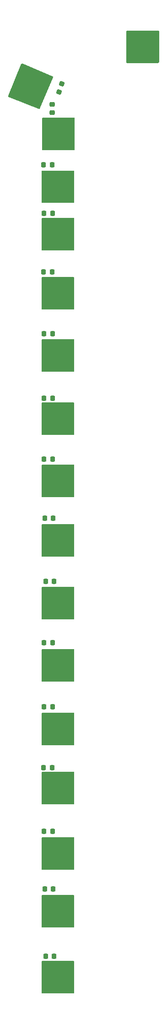
<source format=gbr>
%TF.GenerationSoftware,KiCad,Pcbnew,8.0.2*%
%TF.CreationDate,2025-02-10T20:40:28+01:00*%
%TF.ProjectId,FT25_AMS_VSENS,46543235-5f41-44d5-935f-5653454e532e,rev?*%
%TF.SameCoordinates,Original*%
%TF.FileFunction,Soldermask,Top*%
%TF.FilePolarity,Negative*%
%FSLAX46Y46*%
G04 Gerber Fmt 4.6, Leading zero omitted, Abs format (unit mm)*
G04 Created by KiCad (PCBNEW 8.0.2) date 2025-02-10 20:40:28*
%MOMM*%
%LPD*%
G01*
G04 APERTURE LIST*
G04 Aperture macros list*
%AMRoundRect*
0 Rectangle with rounded corners*
0 $1 Rounding radius*
0 $2 $3 $4 $5 $6 $7 $8 $9 X,Y pos of 4 corners*
0 Add a 4 corners polygon primitive as box body*
4,1,4,$2,$3,$4,$5,$6,$7,$8,$9,$2,$3,0*
0 Add four circle primitives for the rounded corners*
1,1,$1+$1,$2,$3*
1,1,$1+$1,$4,$5*
1,1,$1+$1,$6,$7*
1,1,$1+$1,$8,$9*
0 Add four rect primitives between the rounded corners*
20,1,$1+$1,$2,$3,$4,$5,0*
20,1,$1+$1,$4,$5,$6,$7,0*
20,1,$1+$1,$6,$7,$8,$9,0*
20,1,$1+$1,$8,$9,$2,$3,0*%
G04 Aperture macros list end*
%ADD10RoundRect,0.218750X0.218750X0.256250X-0.218750X0.256250X-0.218750X-0.256250X0.218750X-0.256250X0*%
%ADD11RoundRect,0.218750X-0.218750X-0.256250X0.218750X-0.256250X0.218750X0.256250X-0.218750X0.256250X0*%
%ADD12RoundRect,0.381000X0.381000X-0.762000X0.381000X0.762000X-0.381000X0.762000X-0.381000X-0.762000X0*%
%ADD13RoundRect,0.218750X-0.256250X0.218750X-0.256250X-0.218750X0.256250X-0.218750X0.256250X0.218750X0*%
%ADD14RoundRect,0.381000X-0.381000X0.762000X-0.381000X-0.762000X0.381000X-0.762000X0.381000X0.762000X0*%
%ADD15RoundRect,0.381000X-0.849799X-0.060393X0.558194X-0.643603X0.849799X0.060393X-0.558194X0.643603X0*%
%ADD16RoundRect,0.218750X-0.165979X0.293200X-0.315613X-0.117915X0.165979X-0.293200X0.315613X0.117915X0*%
G04 APERTURE END LIST*
D10*
%TO.C,F4*%
X198887500Y-148900000D03*
X197312500Y-148900000D03*
%TD*%
D11*
%TO.C,F8*%
X197512500Y-229900000D03*
X199087500Y-229900000D03*
%TD*%
D10*
%TO.C,F2*%
X198687500Y-103300000D03*
X197112500Y-103300000D03*
%TD*%
D12*
%TO.C,J12*%
X199750000Y-198600000D03*
%TD*%
%TO.C,J17*%
X199750000Y-87350000D03*
%TD*%
%TO.C,J16*%
X199750000Y-107100000D03*
%TD*%
D13*
%TO.C,F15*%
X198700000Y-72312499D03*
X198700000Y-73887501D03*
%TD*%
D14*
%TO.C,J11*%
X199750000Y-221850000D03*
%TD*%
D12*
%TO.C,J4*%
X199950000Y-95942699D03*
%TD*%
%TO.C,J9*%
X199776785Y-210600000D03*
%TD*%
D10*
%TO.C,F5*%
X198787500Y-171900000D03*
X197212500Y-171900000D03*
%TD*%
D11*
%TO.C,F11*%
X197512500Y-160600000D03*
X199087500Y-160600000D03*
%TD*%
D10*
%TO.C,F1*%
X198687501Y-83500000D03*
X197112499Y-83500000D03*
%TD*%
D12*
%TO.C,J8*%
X199776785Y-187657301D03*
%TD*%
%TO.C,J1*%
X215800000Y-62000000D03*
%TD*%
D10*
%TO.C,F6*%
X198687500Y-195000000D03*
X197112500Y-195000000D03*
%TD*%
D15*
%TO.C,J2*%
X194500000Y-69200000D03*
%TD*%
D16*
%TO.C,F16*%
X200519340Y-68559992D03*
X199980660Y-70040008D03*
%TD*%
D11*
%TO.C,F10*%
X197212500Y-183800000D03*
X198787500Y-183800000D03*
%TD*%
%TO.C,F9*%
X197212500Y-206800000D03*
X198787500Y-206800000D03*
%TD*%
%TO.C,F14*%
X198762500Y-92500000D03*
X197187500Y-92500000D03*
%TD*%
%TO.C,F12*%
X197212500Y-138000000D03*
X198787500Y-138000000D03*
%TD*%
D12*
%TO.C,J6*%
X199750000Y-141600000D03*
%TD*%
D14*
%TO.C,J14*%
X199750000Y-153100000D03*
%TD*%
%TO.C,J10*%
X199750000Y-233600000D03*
%TD*%
%TO.C,J13*%
X199750000Y-175850000D03*
%TD*%
D10*
%TO.C,F3*%
X198787500Y-126700000D03*
X197212500Y-126700000D03*
%TD*%
D12*
%TO.C,J5*%
X199750000Y-118600000D03*
%TD*%
D11*
%TO.C,F13*%
X197212500Y-114800000D03*
X198787500Y-114800000D03*
%TD*%
D12*
%TO.C,J7*%
X199776785Y-164407301D03*
%TD*%
D14*
%TO.C,J15*%
X199750000Y-130600000D03*
%TD*%
D11*
%TO.C,F7*%
X197312500Y-217500000D03*
X198887500Y-217500000D03*
%TD*%
D12*
%TO.C,J3*%
X200000000Y-78100000D03*
%TD*%
G36*
X202743039Y-161612384D02*
G01*
X202788794Y-161665188D01*
X202800000Y-161716699D01*
X202800000Y-167468699D01*
X202780315Y-167535738D01*
X202727511Y-167581493D01*
X202676000Y-167592699D01*
X196874000Y-167592699D01*
X196806961Y-167573014D01*
X196761206Y-167520210D01*
X196750000Y-167468699D01*
X196750000Y-161716699D01*
X196769685Y-161649660D01*
X196822489Y-161603905D01*
X196874000Y-161592699D01*
X202676000Y-161592699D01*
X202743039Y-161612384D01*
G37*
G36*
X218443039Y-58712384D02*
G01*
X218488794Y-58765188D01*
X218500000Y-58816699D01*
X218500000Y-64488315D01*
X218480315Y-64555354D01*
X218447124Y-64589889D01*
X218332325Y-64670273D01*
X218266119Y-64692601D01*
X218261201Y-64692699D01*
X212574000Y-64692699D01*
X212506961Y-64673014D01*
X212461206Y-64620210D01*
X212450000Y-64568699D01*
X212450000Y-58816699D01*
X212469685Y-58749660D01*
X212522489Y-58703905D01*
X212574000Y-58692699D01*
X218376000Y-58692699D01*
X218443039Y-58712384D01*
G37*
G36*
X202743039Y-150012384D02*
G01*
X202788794Y-150065188D01*
X202800000Y-150116699D01*
X202800000Y-155868699D01*
X202780315Y-155935738D01*
X202727511Y-155981493D01*
X202676000Y-155992699D01*
X196874000Y-155992699D01*
X196806961Y-155973014D01*
X196761206Y-155920210D01*
X196750000Y-155868699D01*
X196750000Y-150116699D01*
X196769685Y-150049660D01*
X196822489Y-150003905D01*
X196874000Y-149992699D01*
X202676000Y-149992699D01*
X202743039Y-150012384D01*
G37*
G36*
X202816254Y-74812384D02*
G01*
X202862009Y-74865188D01*
X202873215Y-74916699D01*
X202873215Y-80668699D01*
X202853530Y-80735738D01*
X202800726Y-80781493D01*
X202749215Y-80792699D01*
X196947215Y-80792699D01*
X196880176Y-80773014D01*
X196834421Y-80720210D01*
X196823215Y-80668699D01*
X196823215Y-74916699D01*
X196842900Y-74849660D01*
X196895704Y-74803905D01*
X196947215Y-74792699D01*
X202749215Y-74792699D01*
X202816254Y-74812384D01*
G37*
G36*
X202743039Y-84612384D02*
G01*
X202788794Y-84665188D01*
X202800000Y-84716699D01*
X202800000Y-90468699D01*
X202780315Y-90535738D01*
X202727511Y-90581493D01*
X202676000Y-90592699D01*
X196874000Y-90592699D01*
X196806961Y-90573014D01*
X196761206Y-90520210D01*
X196750000Y-90468699D01*
X196750000Y-84716699D01*
X196769685Y-84649660D01*
X196822489Y-84603905D01*
X196874000Y-84592699D01*
X202676000Y-84592699D01*
X202743039Y-84612384D01*
G37*
G36*
X202743039Y-104312384D02*
G01*
X202788794Y-104365188D01*
X202800000Y-104416699D01*
X202800000Y-110168699D01*
X202780315Y-110235738D01*
X202727511Y-110281493D01*
X202676000Y-110292699D01*
X196874000Y-110292699D01*
X196806961Y-110273014D01*
X196761206Y-110220210D01*
X196750000Y-110168699D01*
X196750000Y-104416699D01*
X196769685Y-104349660D01*
X196822489Y-104303905D01*
X196874000Y-104292699D01*
X202676000Y-104292699D01*
X202743039Y-104312384D01*
G37*
G36*
X202743039Y-93362384D02*
G01*
X202788794Y-93415188D01*
X202800000Y-93466699D01*
X202800000Y-99218699D01*
X202780315Y-99285738D01*
X202727511Y-99331493D01*
X202676000Y-99342699D01*
X196874000Y-99342699D01*
X196806961Y-99323014D01*
X196761206Y-99270210D01*
X196750000Y-99218699D01*
X196750000Y-93466699D01*
X196769685Y-93399660D01*
X196822489Y-93353905D01*
X196874000Y-93342699D01*
X202676000Y-93342699D01*
X202743039Y-93362384D01*
G37*
G36*
X202743039Y-184912384D02*
G01*
X202788794Y-184965188D01*
X202800000Y-185016699D01*
X202800000Y-190768699D01*
X202780315Y-190835738D01*
X202727511Y-190881493D01*
X202676000Y-190892699D01*
X196874000Y-190892699D01*
X196806961Y-190873014D01*
X196761206Y-190820210D01*
X196750000Y-190768699D01*
X196750000Y-185016699D01*
X196769685Y-184949660D01*
X196822489Y-184903905D01*
X196874000Y-184892699D01*
X202676000Y-184892699D01*
X202743039Y-184912384D01*
G37*
G36*
X202743039Y-207912384D02*
G01*
X202788794Y-207965188D01*
X202800000Y-208016699D01*
X202800000Y-213768699D01*
X202780315Y-213835738D01*
X202727511Y-213881493D01*
X202676000Y-213892699D01*
X196874000Y-213892699D01*
X196806961Y-213873014D01*
X196761206Y-213820210D01*
X196750000Y-213768699D01*
X196750000Y-208016699D01*
X196769685Y-207949660D01*
X196822489Y-207903905D01*
X196874000Y-207892699D01*
X202676000Y-207892699D01*
X202743039Y-207912384D01*
G37*
G36*
X202743039Y-218612384D02*
G01*
X202788794Y-218665188D01*
X202800000Y-218716699D01*
X202800000Y-224468699D01*
X202780315Y-224535738D01*
X202727511Y-224581493D01*
X202676000Y-224592699D01*
X196874000Y-224592699D01*
X196806961Y-224573014D01*
X196761206Y-224520210D01*
X196750000Y-224468699D01*
X196750000Y-218716699D01*
X196769685Y-218649660D01*
X196822489Y-218603905D01*
X196874000Y-218592699D01*
X202676000Y-218592699D01*
X202743039Y-218612384D01*
G37*
G36*
X202743039Y-139012384D02*
G01*
X202788794Y-139065188D01*
X202800000Y-139116699D01*
X202800000Y-144868699D01*
X202780315Y-144935738D01*
X202727511Y-144981493D01*
X202676000Y-144992699D01*
X196874000Y-144992699D01*
X196806961Y-144973014D01*
X196761206Y-144920210D01*
X196750000Y-144868699D01*
X196750000Y-139116699D01*
X196769685Y-139049660D01*
X196822489Y-139003905D01*
X196874000Y-138992699D01*
X202676000Y-138992699D01*
X202743039Y-139012384D01*
G37*
G36*
X202743039Y-115812384D02*
G01*
X202788794Y-115865188D01*
X202800000Y-115916699D01*
X202800000Y-121668699D01*
X202780315Y-121735738D01*
X202727511Y-121781493D01*
X202676000Y-121792699D01*
X196874000Y-121792699D01*
X196806961Y-121773014D01*
X196761206Y-121720210D01*
X196750000Y-121668699D01*
X196750000Y-115916699D01*
X196769685Y-115849660D01*
X196822489Y-115803905D01*
X196874000Y-115792699D01*
X202676000Y-115792699D01*
X202743039Y-115812384D01*
G37*
G36*
X202743039Y-230812384D02*
G01*
X202788794Y-230865188D01*
X202800000Y-230916699D01*
X202800000Y-236668699D01*
X202780315Y-236735738D01*
X202727511Y-236781493D01*
X202676000Y-236792699D01*
X196874000Y-236792699D01*
X196806961Y-236773014D01*
X196761206Y-236720210D01*
X196750000Y-236668699D01*
X196750000Y-230916699D01*
X196769685Y-230849660D01*
X196822489Y-230803905D01*
X196874000Y-230792699D01*
X202676000Y-230792699D01*
X202743039Y-230812384D01*
G37*
G36*
X202743039Y-173112384D02*
G01*
X202788794Y-173165188D01*
X202800000Y-173216699D01*
X202800000Y-178968699D01*
X202780315Y-179035738D01*
X202727511Y-179081493D01*
X202676000Y-179092699D01*
X196874000Y-179092699D01*
X196806961Y-179073014D01*
X196761206Y-179020210D01*
X196750000Y-178968699D01*
X196750000Y-173216699D01*
X196769685Y-173149660D01*
X196822489Y-173103905D01*
X196874000Y-173092699D01*
X202676000Y-173092699D01*
X202743039Y-173112384D01*
G37*
G36*
X202743039Y-127512384D02*
G01*
X202788794Y-127565188D01*
X202800000Y-127616699D01*
X202800000Y-133368699D01*
X202780315Y-133435738D01*
X202727511Y-133481493D01*
X202676000Y-133492699D01*
X196874000Y-133492699D01*
X196806961Y-133473014D01*
X196761206Y-133420210D01*
X196750000Y-133368699D01*
X196750000Y-127616699D01*
X196769685Y-127549660D01*
X196822489Y-127503905D01*
X196874000Y-127492699D01*
X202676000Y-127492699D01*
X202743039Y-127512384D01*
G37*
G36*
X193297994Y-64808008D02*
G01*
X198786955Y-67151731D01*
X198840880Y-67196160D01*
X198862224Y-67262689D01*
X198852724Y-67313462D01*
X196446604Y-73088149D01*
X196402649Y-73142461D01*
X196336309Y-73164387D01*
X196287104Y-73155989D01*
X190673277Y-70967548D01*
X190617966Y-70924858D01*
X190615901Y-70921925D01*
X190575545Y-70862805D01*
X190554007Y-70796338D01*
X190563236Y-70745837D01*
X192969050Y-64880762D01*
X193012703Y-64826208D01*
X193078921Y-64803916D01*
X193079450Y-64803896D01*
X193244978Y-64798122D01*
X193297994Y-64808008D01*
G37*
G36*
X202743039Y-195812384D02*
G01*
X202788794Y-195865188D01*
X202800000Y-195916699D01*
X202800000Y-201668699D01*
X202780315Y-201735738D01*
X202727511Y-201781493D01*
X202676000Y-201792699D01*
X196874000Y-201792699D01*
X196806961Y-201773014D01*
X196761206Y-201720210D01*
X196750000Y-201668699D01*
X196750000Y-195916699D01*
X196769685Y-195849660D01*
X196822489Y-195803905D01*
X196874000Y-195792699D01*
X202676000Y-195792699D01*
X202743039Y-195812384D01*
G37*
M02*

</source>
